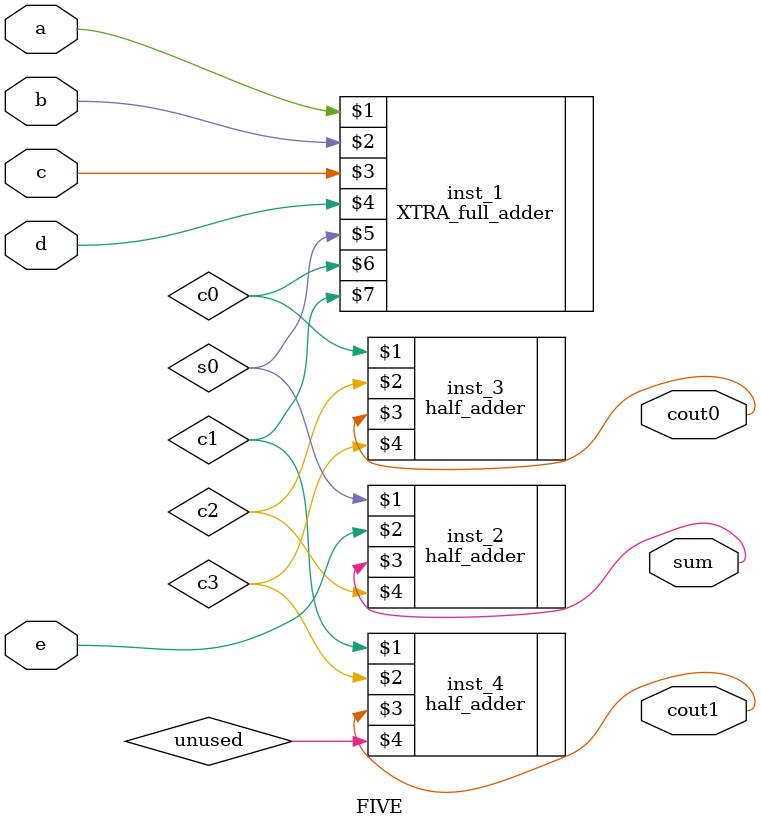
<source format=v>
module FIVE (
     input a, b, c, d, e,
	 output sum, cout0, cout1
	 );
	 wire s0, c0, c1, c2, c3;
	 
	 XTRA_full_adder inst_1 (a, b, c, d, s0, c0, c1);
	 half_adder inst_2 (s0, e, sum, c2);
	 half_adder inst_3 (c0, c2, cout0, c3);
	 half_adder inst_4 (c1, c3, cout1, unused);
	 
	endmodule
</source>
